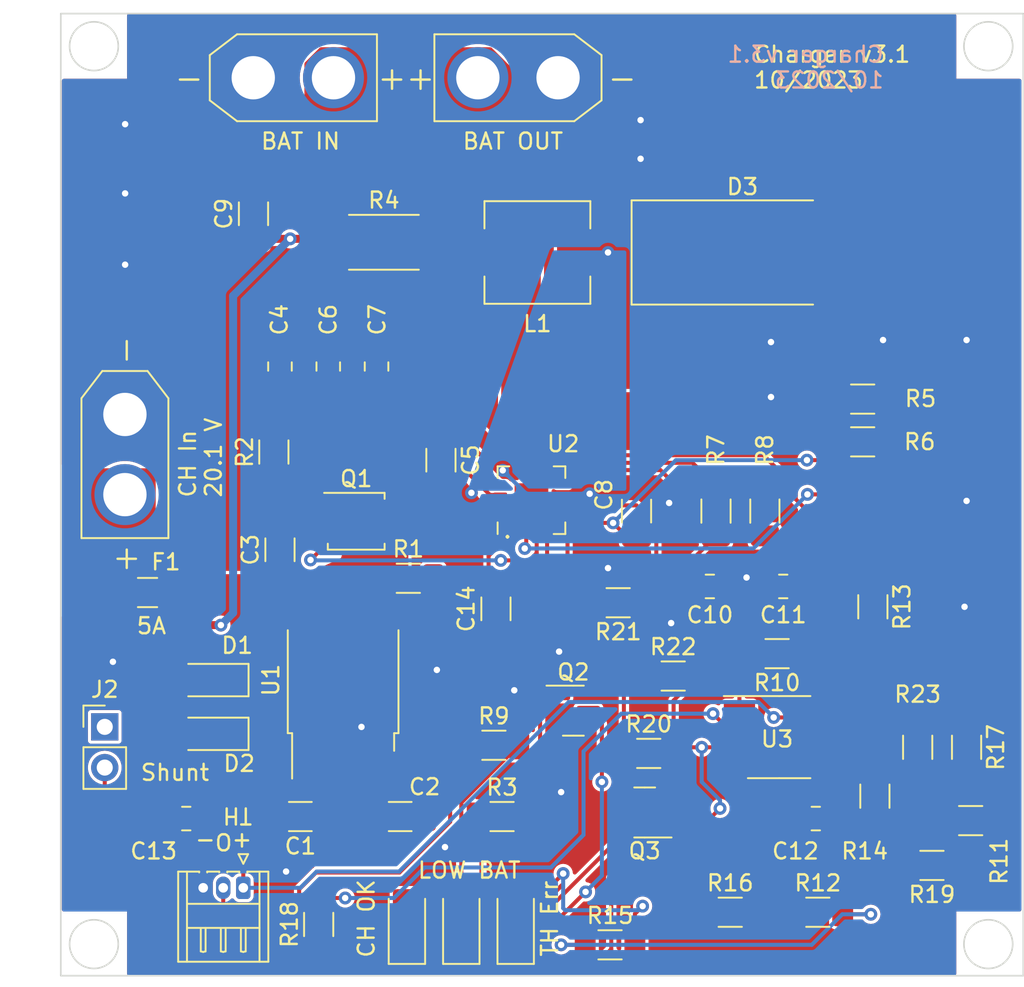
<source format=kicad_pcb>
(kicad_pcb (version 20221018) (generator pcbnew)

  (general
    (thickness 1.6)
  )

  (paper "A4")
  (layers
    (0 "F.Cu" signal)
    (31 "B.Cu" signal)
    (32 "B.Adhes" user "B.Adhesive")
    (33 "F.Adhes" user "F.Adhesive")
    (34 "B.Paste" user)
    (35 "F.Paste" user)
    (36 "B.SilkS" user "B.Silkscreen")
    (37 "F.SilkS" user "F.Silkscreen")
    (38 "B.Mask" user)
    (39 "F.Mask" user)
    (40 "Dwgs.User" user "User.Drawings")
    (41 "Cmts.User" user "User.Comments")
    (42 "Eco1.User" user "User.Eco1")
    (43 "Eco2.User" user "User.Eco2")
    (44 "Edge.Cuts" user)
    (45 "Margin" user)
    (46 "B.CrtYd" user "B.Courtyard")
    (47 "F.CrtYd" user "F.Courtyard")
    (48 "B.Fab" user)
    (49 "F.Fab" user)
    (50 "User.1" user)
    (51 "User.2" user)
    (52 "User.3" user)
    (53 "User.4" user)
    (54 "User.5" user)
    (55 "User.6" user)
    (56 "User.7" user)
    (57 "User.8" user)
    (58 "User.9" user)
  )

  (setup
    (pad_to_mask_clearance 0)
    (pcbplotparams
      (layerselection 0x003f0ff_ffffffff)
      (plot_on_all_layers_selection 0x0000000_00000000)
      (disableapertmacros false)
      (usegerberextensions true)
      (usegerberattributes true)
      (usegerberadvancedattributes true)
      (creategerberjobfile true)
      (dashed_line_dash_ratio 12.000000)
      (dashed_line_gap_ratio 3.000000)
      (svgprecision 4)
      (plotframeref false)
      (viasonmask false)
      (mode 1)
      (useauxorigin true)
      (hpglpennumber 1)
      (hpglpenspeed 20)
      (hpglpendiameter 15.000000)
      (dxfpolygonmode true)
      (dxfimperialunits true)
      (dxfusepcbnewfont true)
      (psnegative false)
      (psa4output false)
      (plotreference true)
      (plotvalue true)
      (plotinvisibletext false)
      (sketchpadsonfab false)
      (subtractmaskfromsilk false)
      (outputformat 1)
      (mirror false)
      (drillshape 0)
      (scaleselection 1)
      (outputdirectory "")
    )
  )

  (net 0 "")
  (net 1 "GND")
  (net 2 "Net-(D1-K)")
  (net 3 "+5V")
  (net 4 "/Vin")
  (net 5 "Net-(U2-TMR)")
  (net 6 "Net-(U2-BST)")
  (net 7 "/SW")
  (net 8 "Net-(U2-Vref33)")
  (net 9 "+BATT")
  (net 10 "Net-(C10-Pad1)")
  (net 11 "Net-(C11-Pad1)")
  (net 12 "Net-(U2-VCC)")
  (net 13 "Vch")
  (net 14 "CHGOK")
  (net 15 "Net-(D4-A)")
  (net 16 "Net-(D5-K)")
  (net 17 "Net-(D5-A)")
  (net 18 "Net-(D6-K)")
  (net 19 "Net-(D6-A)")
  (net 20 "Net-(J1-Pin_2)")
  (net 21 "unconnected-(J2-Pin_1-Pad1)")
  (net 22 "Vbatt_low")
  (net 23 "/CSP")
  (net 24 "Net-(Q1-G)")
  (net 25 "~{EN}")
  (net 26 "Net-(U2-NTC)")
  (net 27 "Net-(U2-COMPI)")
  (net 28 "Net-(U2-COMPV)")
  (net 29 "Net-(R12-Pad1)")
  (net 30 "Net-(U3B--)")
  (net 31 "Net-(U3B-+)")
  (net 32 "Net-(U3A--)")
  (net 33 "Net-(U4-OUT)")
  (net 34 "Net-(U3A-+)")
  (net 35 "Net-(R20-Pad1)")

  (footprint "Connector_AMASS:AMASS_XT30U-M_1x02_P5.0mm_Vertical" (layer "F.Cu") (at 131 54 180))

  (footprint "Resistor_SMD:R_1206_3216Metric_Pad1.30x1.75mm_HandSolder" (layer "F.Cu") (at 127.508 100.076))

  (footprint "Resistor_SMD:R_2512_6332Metric_Pad1.40x3.35mm_HandSolder" (layer "F.Cu") (at 120.142 64.262))

  (footprint "Resistor_SMD:R_1206_3216Metric_Pad1.30x1.75mm_HandSolder" (layer "F.Cu") (at 149.987 74.041 180))

  (footprint "Resistor_SMD:R_1206_3216Metric_Pad1.30x1.75mm_HandSolder" (layer "F.Cu") (at 147.193 106.045))

  (footprint "Capacitor_SMD:C_0805_2012Metric_Pad1.18x1.45mm_HandSolder" (layer "F.Cu") (at 147.066 100.203))

  (footprint "Connector_Hirose:Hirose_DF13-03P-1.25DS_1x03_P1.25mm_Horizontal" (layer "F.Cu") (at 111.379 104.521 180))

  (footprint "Resistor_SMD:R_1206_3216Metric_Pad1.30x1.75mm_HandSolder" (layer "F.Cu") (at 134.239 108.077))

  (footprint "Resistor_SMD:R_1206_3216Metric_Pad1.30x1.75mm_HandSolder" (layer "F.Cu") (at 138.176 91.313))

  (footprint "Resistor_SMD:R_1206_3216Metric_Pad1.30x1.75mm_HandSolder" (layer "F.Cu") (at 134.747 86.741 180))

  (footprint "Package_SON:Diodes_PowerDI3333-8" (layer "F.Cu") (at 118.417 81.661))

  (footprint "Capacitor_SMD:C_1206_3216Metric_Pad1.33x1.80mm_HandSolder" (layer "F.Cu") (at 127.127 87.122 90))

  (footprint "Diode_SMD:D_1206_3216Metric_Pad1.42x1.75mm_HandSolder" (layer "F.Cu") (at 121.578 106.807 90))

  (footprint "Resistor_SMD:R_1206_3216Metric_Pad1.30x1.75mm_HandSolder" (layer "F.Cu") (at 141.732 106.045))

  (footprint "Resistor_SMD:R_1206_3216Metric_Pad1.30x1.75mm_HandSolder" (layer "F.Cu") (at 149.987 76.708))

  (footprint "Resistor_SMD:R_1206_3216Metric_Pad1.30x1.75mm_HandSolder" (layer "F.Cu") (at 127 95.631))

  (footprint "Resistor_SMD:R_1206_3216Metric_Pad1.30x1.75mm_HandSolder" (layer "F.Cu") (at 144.653 89.916 180))

  (footprint "Diode_SMD:D_SMF" (layer "F.Cu") (at 109.347 91.567 180))

  (footprint "Capacitor_SMD:C_1206_3216Metric_Pad1.33x1.80mm_HandSolder" (layer "F.Cu") (at 121.158 100.076))

  (footprint "Resistor_SMD:R_1206_3216Metric_Pad1.30x1.75mm_HandSolder" (layer "F.Cu") (at 140.843 81.026 -90))

  (footprint "Resistor_SMD:R_1206_3216Metric_Pad1.30x1.75mm_HandSolder" (layer "F.Cu") (at 143.891 81.026 -90))

  (footprint "Capacitor_SMD:C_1206_3216Metric_Pad1.33x1.80mm_HandSolder" (layer "F.Cu") (at 114.935 100.076 180))

  (footprint "Resistor_SMD:R_1206_3216Metric_Pad1.30x1.75mm_HandSolder" (layer "F.Cu") (at 136.652 96.139))

  (footprint "Package_DFN_QFN:QFN-16-1EP_4x4mm_P0.65mm_EP2.1x2.1mm" (layer "F.Cu") (at 129.342 80.346 90))

  (footprint "Resistor_SMD:R_1206_3216Metric_Pad1.30x1.75mm_HandSolder" (layer "F.Cu") (at 154.305 103.124 180))

  (footprint "Package_TO_SOT_SMD:TO-252-3_TabPin2" (layer "F.Cu") (at 117.602 91.567 90))

  (footprint "Resistor_SMD:R_1206_3216Metric_Pad1.30x1.75mm_HandSolder" (layer "F.Cu") (at 121.666 85.217))

  (footprint "Capacitor_SMD:C_1206_3216Metric_Pad1.33x1.80mm_HandSolder" (layer "F.Cu") (at 123.698 77.851 -90))

  (footprint "Capacitor_SMD:C_1206_3216Metric_Pad1.33x1.80mm_HandSolder" (layer "F.Cu") (at 135.89 81.026 90))

  (footprint "Diode_SMD:D_SMF" (layer "F.Cu") (at 109.347 94.917 180))

  (footprint "Resistor_SMD:R_1206_3216Metric_Pad1.30x1.75mm_HandSolder" (layer "F.Cu") (at 156.718 100.33))

  (footprint "Capacitor_SMD:C_0805_2012Metric_Pad1.18x1.45mm_HandSolder" (layer "F.Cu") (at 140.462 85.725))

  (footprint "Capacitor_SMD:C_1206_3216Metric_Pad1.33x1.80mm_HandSolder" (layer "F.Cu") (at 112.014 62.484 90))

  (footprint "Diode_SMD:D_1206_3216Metric_Pad1.42x1.75mm_HandSolder" (layer "F.Cu") (at 124.968 106.807 90))

  (footprint "Fuse:Fuse_1206_3216Metric_Pad1.42x1.75mm_HandSolder" (layer "F.Cu") (at 105.41 86.106))

  (footprint "Diode_SMD:D_SMC_Handsoldering" (layer "F.Cu") (at 142.494 64.897))

  (footprint "Inductor_SMD:L_6.3x6.3_H3" (layer "F.Cu") (at 129.711 64.897 180))

  (footprint "Capacitor_SMD:C_0805_2012Metric_Pad1.18x1.45mm_HandSolder" (layer "F.Cu") (at 116.675 72.009 90))

  (footprint "Resistor_SMD:R_1206_3216Metric_Pad1.30x1.75mm_HandSolder" (layer "F.Cu") (at 153.416 95.758 90))

  (footprint "Resistor_SMD:R_1206_3216Metric_Pad1.30x1.75mm_HandSolder" (layer "F.Cu") (at 150.622 86.995 -90))

  (footprint "Capacitor_SMD:C_0805_2012Metric_Pad1.18x1.45mm_HandSolder" (layer "F.Cu") (at 113.665 72.009 90))

  (footprint "Resistor_SMD:R_1206_3216Metric_Pad1.30x1.75mm_HandSolder" (layer "F.Cu") (at 113.284 77.343 90))

  (footprint "Diode_SMD:D_1206_3216Metric_Pad1.42x1.75mm_HandSolder" (layer "F.Cu") (at 128.358 106.807 90))

  (footprint "Resistor_SMD:R_1206_3216Metric_Pad1.30x1.75mm_HandSolder" (layer "F.Cu") (at 156.464 95.758 -90))

  (footprint "Package_TO_SOT_SMD:SOT-23" (layer "F.Cu") (at 136.398 99.822 180))

  (footprint "Capacitor_SMD:C_0805_2012Metric_Pad1.18x1.45mm_HandSolder" (layer "F.Cu") (at 107.823 100.203))

  (footprint "Capacitor_SMD:C_0805_2012Metric_Pad1.18x1.45mm_HandSolder" (layer "F.Cu") (at 119.685 72.009 90))

  (footprint "Resistor_SMD:R_1206_3216Metric_Pad1.30x1.75mm_HandSolder" (layer "F.Cu") (at 150.749 98.806 90))

  (footprint "Package_SO:SOIC-8_3.9x4.9mm_P1.27mm" (layer "F.Cu") (at 144.78 95.123))

  (footprint "Capacitor_SMD:C_1206_3216Metric_Pad1.33x1.80mm_HandSolder" (layer "F.Cu") (at 113.665 83.439 90))

  (footprint "Resistor_SMD:R_1206_3216Metric_Pad1.30x1.75mm_HandSolder" (layer "F.Cu")
    (tstamp cbdcc5fd-31ce-4587-896e-8af78483cca5)
    (at 116.078 106.807 90)
    (descr "Resistor SMD 1206 (3216 Metric), square (rectangular) end terminal, IPC_7351 nominal with elongated pad for handsoldering. (Body size source: IPC-SM-782 page 72, https://www.pcb-3d.com/wordpress/wp-content/uploads/ipc-sm-782a_amendment_1_and_2.pdf), generated with kicad-footprint-generator")
    (tags "resistor handsolder")
    (property "Sheetfile" "charger.kicad_sch")
    (property "Sheetname" "")
    (property "ki_description" "Resistor, small symbol")
    (property "ki_keywords" "R resistor")
    (path "/5e596df8-548d-40c8-9457-cb64846654ce")
    (attr smd)
    (fp_text reference "R18" (at 0 -1.82 90) (layer "F.SilkS")
        (effects (font (size 1 1) (thickness 0.15)))
      (tstamp c6ae1d20-957b-4dfb-8d66-1a222e3413f6)
    )
    (fp_text value "1K" (at 0 1.82 90) (layer "F.Fab")
        (effects (font (size 1 1) (thickness 0.15)))
      (tstamp 4ed4f9ea-b44e-4b00-ab1c-d97849299b3a)
    )
    (fp_text user "${REFERENCE}" (at 0 0 90) (layer "F.Fab")
        (effects (font (size 0.8 0.8) (thickness 0.12)))
      (tstamp a3724cf5-fb63-4543-9aee-39c3e2af5141)
    )
    (fp_line (start -0.727064 -0.91) (end 0.727064 -0.91)
      (stroke (width 0.12) (type solid)) (layer "F.SilkS") (tstamp 12c8cc87-5bda-4bf0-9854-609865dc209c))
    (fp_line (start -0.727064 0.91) (end 0.727064 0.91)
      (stroke (width 0.12) (type solid)) (layer "F.SilkS") (tstamp f033a512-2402-4d4b-b10d-01c1a6c
... [366021 chars truncated]
</source>
